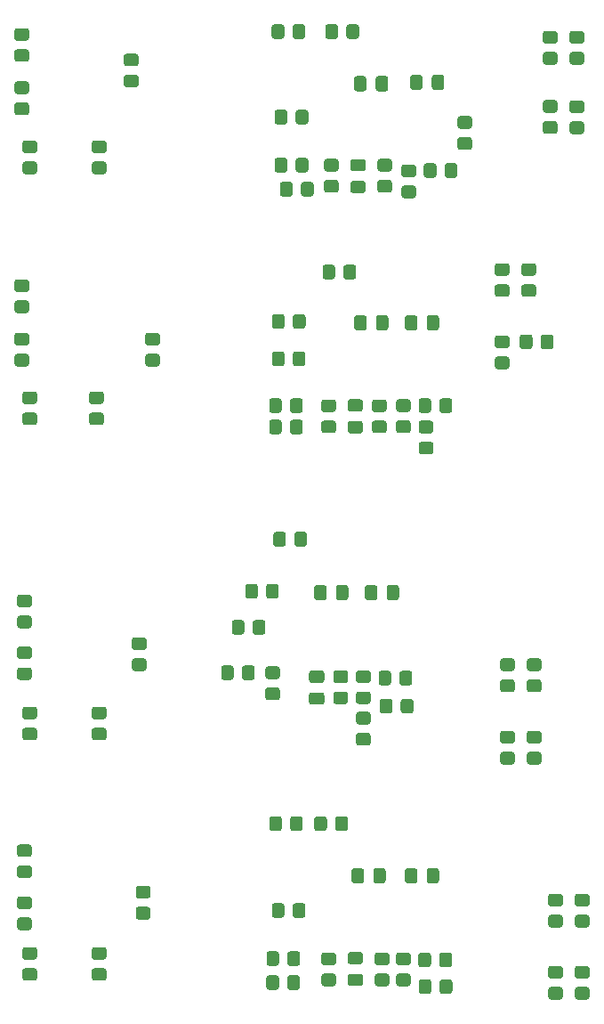
<source format=gbr>
%TF.GenerationSoftware,KiCad,Pcbnew,5.99.0+really5.1.10+dfsg1-1*%
%TF.CreationDate,2022-02-11T21:54:35+01:00*%
%TF.ProjectId,vierfach_LFO,76696572-6661-4636-985f-4c464f2e6b69,rev?*%
%TF.SameCoordinates,Original*%
%TF.FileFunction,Paste,Bot*%
%TF.FilePolarity,Positive*%
%FSLAX46Y46*%
G04 Gerber Fmt 4.6, Leading zero omitted, Abs format (unit mm)*
G04 Created by KiCad (PCBNEW 5.99.0+really5.1.10+dfsg1-1) date 2022-02-11 21:54:35*
%MOMM*%
%LPD*%
G01*
G04 APERTURE LIST*
G04 APERTURE END LIST*
%TO.C,R216*%
G36*
G01*
X115119999Y-50962000D02*
X116020001Y-50962000D01*
G75*
G02*
X116270000Y-51211999I0J-249999D01*
G01*
X116270000Y-51912001D01*
G75*
G02*
X116020001Y-52162000I-249999J0D01*
G01*
X115119999Y-52162000D01*
G75*
G02*
X114870000Y-51912001I0J249999D01*
G01*
X114870000Y-51211999D01*
G75*
G02*
X115119999Y-50962000I249999J0D01*
G01*
G37*
G36*
G01*
X115119999Y-52962000D02*
X116020001Y-52962000D01*
G75*
G02*
X116270000Y-53211999I0J-249999D01*
G01*
X116270000Y-53912001D01*
G75*
G02*
X116020001Y-54162000I-249999J0D01*
G01*
X115119999Y-54162000D01*
G75*
G02*
X114870000Y-53912001I0J249999D01*
G01*
X114870000Y-53211999D01*
G75*
G02*
X115119999Y-52962000I249999J0D01*
G01*
G37*
%TD*%
%TO.C,C201*%
G36*
G01*
X96905500Y-49878000D02*
X96905500Y-48928000D01*
G75*
G02*
X97155500Y-48678000I250000J0D01*
G01*
X97830500Y-48678000D01*
G75*
G02*
X98080500Y-48928000I0J-250000D01*
G01*
X98080500Y-49878000D01*
G75*
G02*
X97830500Y-50128000I-250000J0D01*
G01*
X97155500Y-50128000D01*
G75*
G02*
X96905500Y-49878000I0J250000D01*
G01*
G37*
G36*
G01*
X98980500Y-49878000D02*
X98980500Y-48928000D01*
G75*
G02*
X99230500Y-48678000I250000J0D01*
G01*
X99905500Y-48678000D01*
G75*
G02*
X100155500Y-48928000I0J-250000D01*
G01*
X100155500Y-49878000D01*
G75*
G02*
X99905500Y-50128000I-250000J0D01*
G01*
X99230500Y-50128000D01*
G75*
G02*
X98980500Y-49878000I0J250000D01*
G01*
G37*
%TD*%
%TO.C,C202*%
G36*
G01*
X97757000Y-57737500D02*
X96807000Y-57737500D01*
G75*
G02*
X96557000Y-57487500I0J250000D01*
G01*
X96557000Y-56812500D01*
G75*
G02*
X96807000Y-56562500I250000J0D01*
G01*
X97757000Y-56562500D01*
G75*
G02*
X98007000Y-56812500I0J-250000D01*
G01*
X98007000Y-57487500D01*
G75*
G02*
X97757000Y-57737500I-250000J0D01*
G01*
G37*
G36*
G01*
X97757000Y-59812500D02*
X96807000Y-59812500D01*
G75*
G02*
X96557000Y-59562500I0J250000D01*
G01*
X96557000Y-58887500D01*
G75*
G02*
X96807000Y-58637500I250000J0D01*
G01*
X97757000Y-58637500D01*
G75*
G02*
X98007000Y-58887500I0J-250000D01*
G01*
X98007000Y-59562500D01*
G75*
G02*
X97757000Y-59812500I-250000J0D01*
G01*
G37*
%TD*%
%TO.C,C203*%
G36*
G01*
X105489500Y-48801000D02*
X105489500Y-49751000D01*
G75*
G02*
X105239500Y-50001000I-250000J0D01*
G01*
X104564500Y-50001000D01*
G75*
G02*
X104314500Y-49751000I0J250000D01*
G01*
X104314500Y-48801000D01*
G75*
G02*
X104564500Y-48551000I250000J0D01*
G01*
X105239500Y-48551000D01*
G75*
G02*
X105489500Y-48801000I0J-250000D01*
G01*
G37*
G36*
G01*
X103414500Y-48801000D02*
X103414500Y-49751000D01*
G75*
G02*
X103164500Y-50001000I-250000J0D01*
G01*
X102489500Y-50001000D01*
G75*
G02*
X102239500Y-49751000I0J250000D01*
G01*
X102239500Y-48801000D01*
G75*
G02*
X102489500Y-48551000I250000J0D01*
G01*
X103164500Y-48551000D01*
G75*
G02*
X103414500Y-48801000I0J-250000D01*
G01*
G37*
%TD*%
%TO.C,C301*%
G36*
G01*
X96927000Y-72611000D02*
X96927000Y-71661000D01*
G75*
G02*
X97177000Y-71411000I250000J0D01*
G01*
X97852000Y-71411000D01*
G75*
G02*
X98102000Y-71661000I0J-250000D01*
G01*
X98102000Y-72611000D01*
G75*
G02*
X97852000Y-72861000I-250000J0D01*
G01*
X97177000Y-72861000D01*
G75*
G02*
X96927000Y-72611000I0J250000D01*
G01*
G37*
G36*
G01*
X99002000Y-72611000D02*
X99002000Y-71661000D01*
G75*
G02*
X99252000Y-71411000I250000J0D01*
G01*
X99927000Y-71411000D01*
G75*
G02*
X100177000Y-71661000I0J-250000D01*
G01*
X100177000Y-72611000D01*
G75*
G02*
X99927000Y-72861000I-250000J0D01*
G01*
X99252000Y-72861000D01*
G75*
G02*
X99002000Y-72611000I0J250000D01*
G01*
G37*
%TD*%
%TO.C,C302*%
G36*
G01*
X97503000Y-80576000D02*
X96553000Y-80576000D01*
G75*
G02*
X96303000Y-80326000I0J250000D01*
G01*
X96303000Y-79651000D01*
G75*
G02*
X96553000Y-79401000I250000J0D01*
G01*
X97503000Y-79401000D01*
G75*
G02*
X97753000Y-79651000I0J-250000D01*
G01*
X97753000Y-80326000D01*
G75*
G02*
X97503000Y-80576000I-250000J0D01*
G01*
G37*
G36*
G01*
X97503000Y-82651000D02*
X96553000Y-82651000D01*
G75*
G02*
X96303000Y-82401000I0J250000D01*
G01*
X96303000Y-81726000D01*
G75*
G02*
X96553000Y-81476000I250000J0D01*
G01*
X97503000Y-81476000D01*
G75*
G02*
X97753000Y-81726000I0J-250000D01*
G01*
X97753000Y-82401000D01*
G75*
G02*
X97503000Y-82651000I-250000J0D01*
G01*
G37*
%TD*%
%TO.C,C303*%
G36*
G01*
X105003000Y-71661000D02*
X105003000Y-72611000D01*
G75*
G02*
X104753000Y-72861000I-250000J0D01*
G01*
X104078000Y-72861000D01*
G75*
G02*
X103828000Y-72611000I0J250000D01*
G01*
X103828000Y-71661000D01*
G75*
G02*
X104078000Y-71411000I250000J0D01*
G01*
X104753000Y-71411000D01*
G75*
G02*
X105003000Y-71661000I0J-250000D01*
G01*
G37*
G36*
G01*
X102928000Y-71661000D02*
X102928000Y-72611000D01*
G75*
G02*
X102678000Y-72861000I-250000J0D01*
G01*
X102003000Y-72861000D01*
G75*
G02*
X101753000Y-72611000I0J250000D01*
G01*
X101753000Y-71661000D01*
G75*
G02*
X102003000Y-71411000I250000J0D01*
G01*
X102678000Y-71411000D01*
G75*
G02*
X102928000Y-71661000I0J-250000D01*
G01*
G37*
%TD*%
%TO.C,C401*%
G36*
G01*
X95192000Y-98265000D02*
X95192000Y-97315000D01*
G75*
G02*
X95442000Y-97065000I250000J0D01*
G01*
X96117000Y-97065000D01*
G75*
G02*
X96367000Y-97315000I0J-250000D01*
G01*
X96367000Y-98265000D01*
G75*
G02*
X96117000Y-98515000I-250000J0D01*
G01*
X95442000Y-98515000D01*
G75*
G02*
X95192000Y-98265000I0J250000D01*
G01*
G37*
G36*
G01*
X93117000Y-98265000D02*
X93117000Y-97315000D01*
G75*
G02*
X93367000Y-97065000I250000J0D01*
G01*
X94042000Y-97065000D01*
G75*
G02*
X94292000Y-97315000I0J-250000D01*
G01*
X94292000Y-98265000D01*
G75*
G02*
X94042000Y-98515000I-250000J0D01*
G01*
X93367000Y-98515000D01*
G75*
G02*
X93117000Y-98265000I0J250000D01*
G01*
G37*
%TD*%
%TO.C,C402*%
G36*
G01*
X93820000Y-106378500D02*
X92870000Y-106378500D01*
G75*
G02*
X92620000Y-106128500I0J250000D01*
G01*
X92620000Y-105453500D01*
G75*
G02*
X92870000Y-105203500I250000J0D01*
G01*
X93820000Y-105203500D01*
G75*
G02*
X94070000Y-105453500I0J-250000D01*
G01*
X94070000Y-106128500D01*
G75*
G02*
X93820000Y-106378500I-250000J0D01*
G01*
G37*
G36*
G01*
X93820000Y-108453500D02*
X92870000Y-108453500D01*
G75*
G02*
X92620000Y-108203500I0J250000D01*
G01*
X92620000Y-107528500D01*
G75*
G02*
X92870000Y-107278500I250000J0D01*
G01*
X93820000Y-107278500D01*
G75*
G02*
X94070000Y-107528500I0J-250000D01*
G01*
X94070000Y-108203500D01*
G75*
G02*
X93820000Y-108453500I-250000J0D01*
G01*
G37*
%TD*%
%TO.C,C403*%
G36*
G01*
X101193000Y-97315000D02*
X101193000Y-98265000D01*
G75*
G02*
X100943000Y-98515000I-250000J0D01*
G01*
X100268000Y-98515000D01*
G75*
G02*
X100018000Y-98265000I0J250000D01*
G01*
X100018000Y-97315000D01*
G75*
G02*
X100268000Y-97065000I250000J0D01*
G01*
X100943000Y-97065000D01*
G75*
G02*
X101193000Y-97315000I0J-250000D01*
G01*
G37*
G36*
G01*
X99118000Y-97315000D02*
X99118000Y-98265000D01*
G75*
G02*
X98868000Y-98515000I-250000J0D01*
G01*
X98193000Y-98515000D01*
G75*
G02*
X97943000Y-98265000I0J250000D01*
G01*
X97943000Y-97315000D01*
G75*
G02*
X98193000Y-97065000I250000J0D01*
G01*
X98868000Y-97065000D01*
G75*
G02*
X99118000Y-97315000I0J-250000D01*
G01*
G37*
%TD*%
%TO.C,C501*%
G36*
G01*
X98748000Y-125189000D02*
X98748000Y-124239000D01*
G75*
G02*
X98998000Y-123989000I250000J0D01*
G01*
X99673000Y-123989000D01*
G75*
G02*
X99923000Y-124239000I0J-250000D01*
G01*
X99923000Y-125189000D01*
G75*
G02*
X99673000Y-125439000I-250000J0D01*
G01*
X98998000Y-125439000D01*
G75*
G02*
X98748000Y-125189000I0J250000D01*
G01*
G37*
G36*
G01*
X96673000Y-125189000D02*
X96673000Y-124239000D01*
G75*
G02*
X96923000Y-123989000I250000J0D01*
G01*
X97598000Y-123989000D01*
G75*
G02*
X97848000Y-124239000I0J-250000D01*
G01*
X97848000Y-125189000D01*
G75*
G02*
X97598000Y-125439000I-250000J0D01*
G01*
X96923000Y-125439000D01*
G75*
G02*
X96673000Y-125189000I0J250000D01*
G01*
G37*
%TD*%
%TO.C,C502*%
G36*
G01*
X97503000Y-133132500D02*
X96553000Y-133132500D01*
G75*
G02*
X96303000Y-132882500I0J250000D01*
G01*
X96303000Y-132207500D01*
G75*
G02*
X96553000Y-131957500I250000J0D01*
G01*
X97503000Y-131957500D01*
G75*
G02*
X97753000Y-132207500I0J-250000D01*
G01*
X97753000Y-132882500D01*
G75*
G02*
X97503000Y-133132500I-250000J0D01*
G01*
G37*
G36*
G01*
X97503000Y-135207500D02*
X96553000Y-135207500D01*
G75*
G02*
X96303000Y-134957500I0J250000D01*
G01*
X96303000Y-134282500D01*
G75*
G02*
X96553000Y-134032500I250000J0D01*
G01*
X97503000Y-134032500D01*
G75*
G02*
X97753000Y-134282500I0J-250000D01*
G01*
X97753000Y-134957500D01*
G75*
G02*
X97503000Y-135207500I-250000J0D01*
G01*
G37*
%TD*%
%TO.C,C503*%
G36*
G01*
X105003000Y-124239000D02*
X105003000Y-125189000D01*
G75*
G02*
X104753000Y-125439000I-250000J0D01*
G01*
X104078000Y-125439000D01*
G75*
G02*
X103828000Y-125189000I0J250000D01*
G01*
X103828000Y-124239000D01*
G75*
G02*
X104078000Y-123989000I250000J0D01*
G01*
X104753000Y-123989000D01*
G75*
G02*
X105003000Y-124239000I0J-250000D01*
G01*
G37*
G36*
G01*
X102928000Y-124239000D02*
X102928000Y-125189000D01*
G75*
G02*
X102678000Y-125439000I-250000J0D01*
G01*
X102003000Y-125439000D01*
G75*
G02*
X101753000Y-125189000I0J250000D01*
G01*
X101753000Y-124239000D01*
G75*
G02*
X102003000Y-123989000I250000J0D01*
G01*
X102678000Y-123989000D01*
G75*
G02*
X102928000Y-124239000I0J-250000D01*
G01*
G37*
%TD*%
%TO.C,R201*%
G36*
G01*
X103540000Y-58108001D02*
X103540000Y-57207999D01*
G75*
G02*
X103789999Y-56958000I249999J0D01*
G01*
X104490001Y-56958000D01*
G75*
G02*
X104740000Y-57207999I0J-249999D01*
G01*
X104740000Y-58108001D01*
G75*
G02*
X104490001Y-58358000I-249999J0D01*
G01*
X103789999Y-58358000D01*
G75*
G02*
X103540000Y-58108001I0J249999D01*
G01*
G37*
G36*
G01*
X105540000Y-58108001D02*
X105540000Y-57207999D01*
G75*
G02*
X105789999Y-56958000I249999J0D01*
G01*
X106490001Y-56958000D01*
G75*
G02*
X106740000Y-57207999I0J-249999D01*
G01*
X106740000Y-58108001D01*
G75*
G02*
X106490001Y-58358000I-249999J0D01*
G01*
X105789999Y-58358000D01*
G75*
G02*
X105540000Y-58108001I0J249999D01*
G01*
G37*
%TD*%
%TO.C,R202*%
G36*
G01*
X107892001Y-53686000D02*
X106991999Y-53686000D01*
G75*
G02*
X106742000Y-53436001I0J249999D01*
G01*
X106742000Y-52735999D01*
G75*
G02*
X106991999Y-52486000I249999J0D01*
G01*
X107892001Y-52486000D01*
G75*
G02*
X108142000Y-52735999I0J-249999D01*
G01*
X108142000Y-53436001D01*
G75*
G02*
X107892001Y-53686000I-249999J0D01*
G01*
G37*
G36*
G01*
X107892001Y-55686000D02*
X106991999Y-55686000D01*
G75*
G02*
X106742000Y-55436001I0J249999D01*
G01*
X106742000Y-54735999D01*
G75*
G02*
X106991999Y-54486000I249999J0D01*
G01*
X107892001Y-54486000D01*
G75*
G02*
X108142000Y-54735999I0J-249999D01*
G01*
X108142000Y-55436001D01*
G75*
G02*
X107892001Y-55686000I-249999J0D01*
G01*
G37*
%TD*%
%TO.C,R203*%
G36*
G01*
X72193999Y-54804000D02*
X73094001Y-54804000D01*
G75*
G02*
X73344000Y-55053999I0J-249999D01*
G01*
X73344000Y-55754001D01*
G75*
G02*
X73094001Y-56004000I-249999J0D01*
G01*
X72193999Y-56004000D01*
G75*
G02*
X71944000Y-55754001I0J249999D01*
G01*
X71944000Y-55053999D01*
G75*
G02*
X72193999Y-54804000I249999J0D01*
G01*
G37*
G36*
G01*
X72193999Y-56804000D02*
X73094001Y-56804000D01*
G75*
G02*
X73344000Y-57053999I0J-249999D01*
G01*
X73344000Y-57754001D01*
G75*
G02*
X73094001Y-58004000I-249999J0D01*
G01*
X72193999Y-58004000D01*
G75*
G02*
X71944000Y-57754001I0J249999D01*
G01*
X71944000Y-57053999D01*
G75*
G02*
X72193999Y-56804000I249999J0D01*
G01*
G37*
%TD*%
%TO.C,R205*%
G36*
G01*
X101657999Y-57090000D02*
X102558001Y-57090000D01*
G75*
G02*
X102808000Y-57339999I0J-249999D01*
G01*
X102808000Y-58040001D01*
G75*
G02*
X102558001Y-58290000I-249999J0D01*
G01*
X101657999Y-58290000D01*
G75*
G02*
X101408000Y-58040001I0J249999D01*
G01*
X101408000Y-57339999D01*
G75*
G02*
X101657999Y-57090000I249999J0D01*
G01*
G37*
G36*
G01*
X101657999Y-59090000D02*
X102558001Y-59090000D01*
G75*
G02*
X102808000Y-59339999I0J-249999D01*
G01*
X102808000Y-60040001D01*
G75*
G02*
X102558001Y-60290000I-249999J0D01*
G01*
X101657999Y-60290000D01*
G75*
G02*
X101408000Y-60040001I0J249999D01*
G01*
X101408000Y-59339999D01*
G75*
G02*
X101657999Y-59090000I249999J0D01*
G01*
G37*
%TD*%
%TO.C,R206*%
G36*
G01*
X76142001Y-49749000D02*
X75241999Y-49749000D01*
G75*
G02*
X74992000Y-49499001I0J249999D01*
G01*
X74992000Y-48798999D01*
G75*
G02*
X75241999Y-48549000I249999J0D01*
G01*
X76142001Y-48549000D01*
G75*
G02*
X76392000Y-48798999I0J-249999D01*
G01*
X76392000Y-49499001D01*
G75*
G02*
X76142001Y-49749000I-249999J0D01*
G01*
G37*
G36*
G01*
X76142001Y-47749000D02*
X75241999Y-47749000D01*
G75*
G02*
X74992000Y-47499001I0J249999D01*
G01*
X74992000Y-46798999D01*
G75*
G02*
X75241999Y-46549000I249999J0D01*
G01*
X76142001Y-46549000D01*
G75*
G02*
X76392000Y-46798999I0J-249999D01*
G01*
X76392000Y-47499001D01*
G75*
G02*
X76142001Y-47749000I-249999J0D01*
G01*
G37*
%TD*%
%TO.C,R207*%
G36*
G01*
X100272001Y-57750000D02*
X99371999Y-57750000D01*
G75*
G02*
X99122000Y-57500001I0J249999D01*
G01*
X99122000Y-56799999D01*
G75*
G02*
X99371999Y-56550000I249999J0D01*
G01*
X100272001Y-56550000D01*
G75*
G02*
X100522000Y-56799999I0J-249999D01*
G01*
X100522000Y-57500001D01*
G75*
G02*
X100272001Y-57750000I-249999J0D01*
G01*
G37*
G36*
G01*
X100272001Y-59750000D02*
X99371999Y-59750000D01*
G75*
G02*
X99122000Y-59500001I0J249999D01*
G01*
X99122000Y-58799999D01*
G75*
G02*
X99371999Y-58550000I249999J0D01*
G01*
X100272001Y-58550000D01*
G75*
G02*
X100522000Y-58799999I0J-249999D01*
G01*
X100522000Y-59500001D01*
G75*
G02*
X100272001Y-59750000I-249999J0D01*
G01*
G37*
%TD*%
%TO.C,R208*%
G36*
G01*
X89856000Y-59886001D02*
X89856000Y-58985999D01*
G75*
G02*
X90105999Y-58736000I249999J0D01*
G01*
X90806001Y-58736000D01*
G75*
G02*
X91056000Y-58985999I0J-249999D01*
G01*
X91056000Y-59886001D01*
G75*
G02*
X90806001Y-60136000I-249999J0D01*
G01*
X90105999Y-60136000D01*
G75*
G02*
X89856000Y-59886001I0J249999D01*
G01*
G37*
G36*
G01*
X91856000Y-59886001D02*
X91856000Y-58985999D01*
G75*
G02*
X92105999Y-58736000I249999J0D01*
G01*
X92806001Y-58736000D01*
G75*
G02*
X93056000Y-58985999I0J-249999D01*
G01*
X93056000Y-59886001D01*
G75*
G02*
X92806001Y-60136000I-249999J0D01*
G01*
X92105999Y-60136000D01*
G75*
G02*
X91856000Y-59886001I0J249999D01*
G01*
G37*
%TD*%
%TO.C,R209*%
G36*
G01*
X94291999Y-58550000D02*
X95192001Y-58550000D01*
G75*
G02*
X95442000Y-58799999I0J-249999D01*
G01*
X95442000Y-59500001D01*
G75*
G02*
X95192001Y-59750000I-249999J0D01*
G01*
X94291999Y-59750000D01*
G75*
G02*
X94042000Y-59500001I0J249999D01*
G01*
X94042000Y-58799999D01*
G75*
G02*
X94291999Y-58550000I249999J0D01*
G01*
G37*
G36*
G01*
X94291999Y-56550000D02*
X95192001Y-56550000D01*
G75*
G02*
X95442000Y-56799999I0J-249999D01*
G01*
X95442000Y-57500001D01*
G75*
G02*
X95192001Y-57750000I-249999J0D01*
G01*
X94291999Y-57750000D01*
G75*
G02*
X94042000Y-57500001I0J249999D01*
G01*
X94042000Y-56799999D01*
G75*
G02*
X94291999Y-56550000I249999J0D01*
G01*
G37*
%TD*%
%TO.C,R210*%
G36*
G01*
X66490001Y-58004000D02*
X65589999Y-58004000D01*
G75*
G02*
X65340000Y-57754001I0J249999D01*
G01*
X65340000Y-57053999D01*
G75*
G02*
X65589999Y-56804000I249999J0D01*
G01*
X66490001Y-56804000D01*
G75*
G02*
X66740000Y-57053999I0J-249999D01*
G01*
X66740000Y-57754001D01*
G75*
G02*
X66490001Y-58004000I-249999J0D01*
G01*
G37*
G36*
G01*
X66490001Y-56004000D02*
X65589999Y-56004000D01*
G75*
G02*
X65340000Y-55754001I0J249999D01*
G01*
X65340000Y-55053999D01*
G75*
G02*
X65589999Y-54804000I249999J0D01*
G01*
X66490001Y-54804000D01*
G75*
G02*
X66740000Y-55053999I0J-249999D01*
G01*
X66740000Y-55754001D01*
G75*
G02*
X66490001Y-56004000I-249999J0D01*
G01*
G37*
%TD*%
%TO.C,R212*%
G36*
G01*
X90548000Y-52127999D02*
X90548000Y-53028001D01*
G75*
G02*
X90298001Y-53278000I-249999J0D01*
G01*
X89597999Y-53278000D01*
G75*
G02*
X89348000Y-53028001I0J249999D01*
G01*
X89348000Y-52127999D01*
G75*
G02*
X89597999Y-51878000I249999J0D01*
G01*
X90298001Y-51878000D01*
G75*
G02*
X90548000Y-52127999I0J-249999D01*
G01*
G37*
G36*
G01*
X92548000Y-52127999D02*
X92548000Y-53028001D01*
G75*
G02*
X92298001Y-53278000I-249999J0D01*
G01*
X91597999Y-53278000D01*
G75*
G02*
X91348000Y-53028001I0J249999D01*
G01*
X91348000Y-52127999D01*
G75*
G02*
X91597999Y-51878000I249999J0D01*
G01*
X92298001Y-51878000D01*
G75*
G02*
X92548000Y-52127999I0J-249999D01*
G01*
G37*
%TD*%
%TO.C,R213*%
G36*
G01*
X89348000Y-57600001D02*
X89348000Y-56699999D01*
G75*
G02*
X89597999Y-56450000I249999J0D01*
G01*
X90298001Y-56450000D01*
G75*
G02*
X90548000Y-56699999I0J-249999D01*
G01*
X90548000Y-57600001D01*
G75*
G02*
X90298001Y-57850000I-249999J0D01*
G01*
X89597999Y-57850000D01*
G75*
G02*
X89348000Y-57600001I0J249999D01*
G01*
G37*
G36*
G01*
X91348000Y-57600001D02*
X91348000Y-56699999D01*
G75*
G02*
X91597999Y-56450000I249999J0D01*
G01*
X92298001Y-56450000D01*
G75*
G02*
X92548000Y-56699999I0J-249999D01*
G01*
X92548000Y-57600001D01*
G75*
G02*
X92298001Y-57850000I-249999J0D01*
G01*
X91597999Y-57850000D01*
G75*
G02*
X91348000Y-57600001I0J249999D01*
G01*
G37*
%TD*%
%TO.C,R215*%
G36*
G01*
X96174000Y-44900001D02*
X96174000Y-43999999D01*
G75*
G02*
X96423999Y-43750000I249999J0D01*
G01*
X97124001Y-43750000D01*
G75*
G02*
X97374000Y-43999999I0J-249999D01*
G01*
X97374000Y-44900001D01*
G75*
G02*
X97124001Y-45150000I-249999J0D01*
G01*
X96423999Y-45150000D01*
G75*
G02*
X96174000Y-44900001I0J249999D01*
G01*
G37*
G36*
G01*
X94174000Y-44900001D02*
X94174000Y-43999999D01*
G75*
G02*
X94423999Y-43750000I249999J0D01*
G01*
X95124001Y-43750000D01*
G75*
G02*
X95374000Y-43999999I0J-249999D01*
G01*
X95374000Y-44900001D01*
G75*
G02*
X95124001Y-45150000I-249999J0D01*
G01*
X94423999Y-45150000D01*
G75*
G02*
X94174000Y-44900001I0J249999D01*
G01*
G37*
%TD*%
%TO.C,R217*%
G36*
G01*
X118560001Y-47590000D02*
X117659999Y-47590000D01*
G75*
G02*
X117410000Y-47340001I0J249999D01*
G01*
X117410000Y-46639999D01*
G75*
G02*
X117659999Y-46390000I249999J0D01*
G01*
X118560001Y-46390000D01*
G75*
G02*
X118810000Y-46639999I0J-249999D01*
G01*
X118810000Y-47340001D01*
G75*
G02*
X118560001Y-47590000I-249999J0D01*
G01*
G37*
G36*
G01*
X118560001Y-45590000D02*
X117659999Y-45590000D01*
G75*
G02*
X117410000Y-45340001I0J249999D01*
G01*
X117410000Y-44639999D01*
G75*
G02*
X117659999Y-44390000I249999J0D01*
G01*
X118560001Y-44390000D01*
G75*
G02*
X118810000Y-44639999I0J-249999D01*
G01*
X118810000Y-45340001D01*
G75*
G02*
X118560001Y-45590000I-249999J0D01*
G01*
G37*
%TD*%
%TO.C,R218*%
G36*
G01*
X91062000Y-44900001D02*
X91062000Y-43999999D01*
G75*
G02*
X91311999Y-43750000I249999J0D01*
G01*
X92012001Y-43750000D01*
G75*
G02*
X92262000Y-43999999I0J-249999D01*
G01*
X92262000Y-44900001D01*
G75*
G02*
X92012001Y-45150000I-249999J0D01*
G01*
X91311999Y-45150000D01*
G75*
G02*
X91062000Y-44900001I0J249999D01*
G01*
G37*
G36*
G01*
X89062000Y-44900001D02*
X89062000Y-43999999D01*
G75*
G02*
X89311999Y-43750000I249999J0D01*
G01*
X90012001Y-43750000D01*
G75*
G02*
X90262000Y-43999999I0J-249999D01*
G01*
X90262000Y-44900001D01*
G75*
G02*
X90012001Y-45150000I-249999J0D01*
G01*
X89311999Y-45150000D01*
G75*
G02*
X89062000Y-44900001I0J249999D01*
G01*
G37*
%TD*%
%TO.C,R219*%
G36*
G01*
X115119999Y-46390000D02*
X116020001Y-46390000D01*
G75*
G02*
X116270000Y-46639999I0J-249999D01*
G01*
X116270000Y-47340001D01*
G75*
G02*
X116020001Y-47590000I-249999J0D01*
G01*
X115119999Y-47590000D01*
G75*
G02*
X114870000Y-47340001I0J249999D01*
G01*
X114870000Y-46639999D01*
G75*
G02*
X115119999Y-46390000I249999J0D01*
G01*
G37*
G36*
G01*
X115119999Y-44390000D02*
X116020001Y-44390000D01*
G75*
G02*
X116270000Y-44639999I0J-249999D01*
G01*
X116270000Y-45340001D01*
G75*
G02*
X116020001Y-45590000I-249999J0D01*
G01*
X115119999Y-45590000D01*
G75*
G02*
X114870000Y-45340001I0J249999D01*
G01*
X114870000Y-44639999D01*
G75*
G02*
X115119999Y-44390000I249999J0D01*
G01*
G37*
%TD*%
%TO.C,R220*%
G36*
G01*
X118560001Y-52194000D02*
X117659999Y-52194000D01*
G75*
G02*
X117410000Y-51944001I0J249999D01*
G01*
X117410000Y-51243999D01*
G75*
G02*
X117659999Y-50994000I249999J0D01*
G01*
X118560001Y-50994000D01*
G75*
G02*
X118810000Y-51243999I0J-249999D01*
G01*
X118810000Y-51944001D01*
G75*
G02*
X118560001Y-52194000I-249999J0D01*
G01*
G37*
G36*
G01*
X118560001Y-54194000D02*
X117659999Y-54194000D01*
G75*
G02*
X117410000Y-53944001I0J249999D01*
G01*
X117410000Y-53243999D01*
G75*
G02*
X117659999Y-52994000I249999J0D01*
G01*
X118560001Y-52994000D01*
G75*
G02*
X118810000Y-53243999I0J-249999D01*
G01*
X118810000Y-53944001D01*
G75*
G02*
X118560001Y-54194000I-249999J0D01*
G01*
G37*
%TD*%
%TO.C,R221*%
G36*
G01*
X65728001Y-45320000D02*
X64827999Y-45320000D01*
G75*
G02*
X64578000Y-45070001I0J249999D01*
G01*
X64578000Y-44369999D01*
G75*
G02*
X64827999Y-44120000I249999J0D01*
G01*
X65728001Y-44120000D01*
G75*
G02*
X65978000Y-44369999I0J-249999D01*
G01*
X65978000Y-45070001D01*
G75*
G02*
X65728001Y-45320000I-249999J0D01*
G01*
G37*
G36*
G01*
X65728001Y-47320000D02*
X64827999Y-47320000D01*
G75*
G02*
X64578000Y-47070001I0J249999D01*
G01*
X64578000Y-46369999D01*
G75*
G02*
X64827999Y-46120000I249999J0D01*
G01*
X65728001Y-46120000D01*
G75*
G02*
X65978000Y-46369999I0J-249999D01*
G01*
X65978000Y-47070001D01*
G75*
G02*
X65728001Y-47320000I-249999J0D01*
G01*
G37*
%TD*%
%TO.C,R222*%
G36*
G01*
X64827999Y-49184000D02*
X65728001Y-49184000D01*
G75*
G02*
X65978000Y-49433999I0J-249999D01*
G01*
X65978000Y-50134001D01*
G75*
G02*
X65728001Y-50384000I-249999J0D01*
G01*
X64827999Y-50384000D01*
G75*
G02*
X64578000Y-50134001I0J249999D01*
G01*
X64578000Y-49433999D01*
G75*
G02*
X64827999Y-49184000I249999J0D01*
G01*
G37*
G36*
G01*
X64827999Y-51184000D02*
X65728001Y-51184000D01*
G75*
G02*
X65978000Y-51433999I0J-249999D01*
G01*
X65978000Y-52134001D01*
G75*
G02*
X65728001Y-52384000I-249999J0D01*
G01*
X64827999Y-52384000D01*
G75*
G02*
X64578000Y-52134001I0J249999D01*
G01*
X64578000Y-51433999D01*
G75*
G02*
X64827999Y-51184000I249999J0D01*
G01*
G37*
%TD*%
%TO.C,R301*%
G36*
G01*
X103308999Y-83442000D02*
X104209001Y-83442000D01*
G75*
G02*
X104459000Y-83691999I0J-249999D01*
G01*
X104459000Y-84392001D01*
G75*
G02*
X104209001Y-84642000I-249999J0D01*
G01*
X103308999Y-84642000D01*
G75*
G02*
X103059000Y-84392001I0J249999D01*
G01*
X103059000Y-83691999D01*
G75*
G02*
X103308999Y-83442000I249999J0D01*
G01*
G37*
G36*
G01*
X103308999Y-81442000D02*
X104209001Y-81442000D01*
G75*
G02*
X104459000Y-81691999I0J-249999D01*
G01*
X104459000Y-82392001D01*
G75*
G02*
X104209001Y-82642000I-249999J0D01*
G01*
X103308999Y-82642000D01*
G75*
G02*
X103059000Y-82392001I0J249999D01*
G01*
X103059000Y-81691999D01*
G75*
G02*
X103308999Y-81442000I249999J0D01*
G01*
G37*
%TD*%
%TO.C,R302*%
G36*
G01*
X103048000Y-80460001D02*
X103048000Y-79559999D01*
G75*
G02*
X103297999Y-79310000I249999J0D01*
G01*
X103998001Y-79310000D01*
G75*
G02*
X104248000Y-79559999I0J-249999D01*
G01*
X104248000Y-80460001D01*
G75*
G02*
X103998001Y-80710000I-249999J0D01*
G01*
X103297999Y-80710000D01*
G75*
G02*
X103048000Y-80460001I0J249999D01*
G01*
G37*
G36*
G01*
X105048000Y-80460001D02*
X105048000Y-79559999D01*
G75*
G02*
X105297999Y-79310000I249999J0D01*
G01*
X105998001Y-79310000D01*
G75*
G02*
X106248000Y-79559999I0J-249999D01*
G01*
X106248000Y-80460001D01*
G75*
G02*
X105998001Y-80710000I-249999J0D01*
G01*
X105297999Y-80710000D01*
G75*
G02*
X105048000Y-80460001I0J249999D01*
G01*
G37*
%TD*%
%TO.C,R303*%
G36*
G01*
X71939999Y-78664000D02*
X72840001Y-78664000D01*
G75*
G02*
X73090000Y-78913999I0J-249999D01*
G01*
X73090000Y-79614001D01*
G75*
G02*
X72840001Y-79864000I-249999J0D01*
G01*
X71939999Y-79864000D01*
G75*
G02*
X71690000Y-79614001I0J249999D01*
G01*
X71690000Y-78913999D01*
G75*
G02*
X71939999Y-78664000I249999J0D01*
G01*
G37*
G36*
G01*
X71939999Y-80664000D02*
X72840001Y-80664000D01*
G75*
G02*
X73090000Y-80913999I0J-249999D01*
G01*
X73090000Y-81614001D01*
G75*
G02*
X72840001Y-81864000I-249999J0D01*
G01*
X71939999Y-81864000D01*
G75*
G02*
X71690000Y-81614001I0J249999D01*
G01*
X71690000Y-80913999D01*
G75*
G02*
X71939999Y-80664000I249999J0D01*
G01*
G37*
%TD*%
%TO.C,R305*%
G36*
G01*
X101149999Y-81410000D02*
X102050001Y-81410000D01*
G75*
G02*
X102300000Y-81659999I0J-249999D01*
G01*
X102300000Y-82360001D01*
G75*
G02*
X102050001Y-82610000I-249999J0D01*
G01*
X101149999Y-82610000D01*
G75*
G02*
X100900000Y-82360001I0J249999D01*
G01*
X100900000Y-81659999D01*
G75*
G02*
X101149999Y-81410000I249999J0D01*
G01*
G37*
G36*
G01*
X101149999Y-79410000D02*
X102050001Y-79410000D01*
G75*
G02*
X102300000Y-79659999I0J-249999D01*
G01*
X102300000Y-80360001D01*
G75*
G02*
X102050001Y-80610000I-249999J0D01*
G01*
X101149999Y-80610000D01*
G75*
G02*
X100900000Y-80360001I0J249999D01*
G01*
X100900000Y-79659999D01*
G75*
G02*
X101149999Y-79410000I249999J0D01*
G01*
G37*
%TD*%
%TO.C,R306*%
G36*
G01*
X77273999Y-73092000D02*
X78174001Y-73092000D01*
G75*
G02*
X78424000Y-73341999I0J-249999D01*
G01*
X78424000Y-74042001D01*
G75*
G02*
X78174001Y-74292000I-249999J0D01*
G01*
X77273999Y-74292000D01*
G75*
G02*
X77024000Y-74042001I0J249999D01*
G01*
X77024000Y-73341999D01*
G75*
G02*
X77273999Y-73092000I249999J0D01*
G01*
G37*
G36*
G01*
X77273999Y-75092000D02*
X78174001Y-75092000D01*
G75*
G02*
X78424000Y-75341999I0J-249999D01*
G01*
X78424000Y-76042001D01*
G75*
G02*
X78174001Y-76292000I-249999J0D01*
G01*
X77273999Y-76292000D01*
G75*
G02*
X77024000Y-76042001I0J249999D01*
G01*
X77024000Y-75341999D01*
G75*
G02*
X77273999Y-75092000I249999J0D01*
G01*
G37*
%TD*%
%TO.C,R307*%
G36*
G01*
X99764001Y-82626000D02*
X98863999Y-82626000D01*
G75*
G02*
X98614000Y-82376001I0J249999D01*
G01*
X98614000Y-81675999D01*
G75*
G02*
X98863999Y-81426000I249999J0D01*
G01*
X99764001Y-81426000D01*
G75*
G02*
X100014000Y-81675999I0J-249999D01*
G01*
X100014000Y-82376001D01*
G75*
G02*
X99764001Y-82626000I-249999J0D01*
G01*
G37*
G36*
G01*
X99764001Y-80626000D02*
X98863999Y-80626000D01*
G75*
G02*
X98614000Y-80376001I0J249999D01*
G01*
X98614000Y-79675999D01*
G75*
G02*
X98863999Y-79426000I249999J0D01*
G01*
X99764001Y-79426000D01*
G75*
G02*
X100014000Y-79675999I0J-249999D01*
G01*
X100014000Y-80376001D01*
G75*
G02*
X99764001Y-80626000I-249999J0D01*
G01*
G37*
%TD*%
%TO.C,R308*%
G36*
G01*
X88824000Y-82492001D02*
X88824000Y-81591999D01*
G75*
G02*
X89073999Y-81342000I249999J0D01*
G01*
X89774001Y-81342000D01*
G75*
G02*
X90024000Y-81591999I0J-249999D01*
G01*
X90024000Y-82492001D01*
G75*
G02*
X89774001Y-82742000I-249999J0D01*
G01*
X89073999Y-82742000D01*
G75*
G02*
X88824000Y-82492001I0J249999D01*
G01*
G37*
G36*
G01*
X90824000Y-82492001D02*
X90824000Y-81591999D01*
G75*
G02*
X91073999Y-81342000I249999J0D01*
G01*
X91774001Y-81342000D01*
G75*
G02*
X92024000Y-81591999I0J-249999D01*
G01*
X92024000Y-82492001D01*
G75*
G02*
X91774001Y-82742000I-249999J0D01*
G01*
X91073999Y-82742000D01*
G75*
G02*
X90824000Y-82492001I0J249999D01*
G01*
G37*
%TD*%
%TO.C,R309*%
G36*
G01*
X94037999Y-81426000D02*
X94938001Y-81426000D01*
G75*
G02*
X95188000Y-81675999I0J-249999D01*
G01*
X95188000Y-82376001D01*
G75*
G02*
X94938001Y-82626000I-249999J0D01*
G01*
X94037999Y-82626000D01*
G75*
G02*
X93788000Y-82376001I0J249999D01*
G01*
X93788000Y-81675999D01*
G75*
G02*
X94037999Y-81426000I249999J0D01*
G01*
G37*
G36*
G01*
X94037999Y-79426000D02*
X94938001Y-79426000D01*
G75*
G02*
X95188000Y-79675999I0J-249999D01*
G01*
X95188000Y-80376001D01*
G75*
G02*
X94938001Y-80626000I-249999J0D01*
G01*
X94037999Y-80626000D01*
G75*
G02*
X93788000Y-80376001I0J249999D01*
G01*
X93788000Y-79675999D01*
G75*
G02*
X94037999Y-79426000I249999J0D01*
G01*
G37*
%TD*%
%TO.C,R310*%
G36*
G01*
X66490001Y-79864000D02*
X65589999Y-79864000D01*
G75*
G02*
X65340000Y-79614001I0J249999D01*
G01*
X65340000Y-78913999D01*
G75*
G02*
X65589999Y-78664000I249999J0D01*
G01*
X66490001Y-78664000D01*
G75*
G02*
X66740000Y-78913999I0J-249999D01*
G01*
X66740000Y-79614001D01*
G75*
G02*
X66490001Y-79864000I-249999J0D01*
G01*
G37*
G36*
G01*
X66490001Y-81864000D02*
X65589999Y-81864000D01*
G75*
G02*
X65340000Y-81614001I0J249999D01*
G01*
X65340000Y-80913999D01*
G75*
G02*
X65589999Y-80664000I249999J0D01*
G01*
X66490001Y-80664000D01*
G75*
G02*
X66740000Y-80913999I0J-249999D01*
G01*
X66740000Y-81614001D01*
G75*
G02*
X66490001Y-81864000I-249999J0D01*
G01*
G37*
%TD*%
%TO.C,R312*%
G36*
G01*
X90278000Y-75114999D02*
X90278000Y-76015001D01*
G75*
G02*
X90028001Y-76265000I-249999J0D01*
G01*
X89327999Y-76265000D01*
G75*
G02*
X89078000Y-76015001I0J249999D01*
G01*
X89078000Y-75114999D01*
G75*
G02*
X89327999Y-74865000I249999J0D01*
G01*
X90028001Y-74865000D01*
G75*
G02*
X90278000Y-75114999I0J-249999D01*
G01*
G37*
G36*
G01*
X92278000Y-75114999D02*
X92278000Y-76015001D01*
G75*
G02*
X92028001Y-76265000I-249999J0D01*
G01*
X91327999Y-76265000D01*
G75*
G02*
X91078000Y-76015001I0J249999D01*
G01*
X91078000Y-75114999D01*
G75*
G02*
X91327999Y-74865000I249999J0D01*
G01*
X92028001Y-74865000D01*
G75*
G02*
X92278000Y-75114999I0J-249999D01*
G01*
G37*
%TD*%
%TO.C,R313*%
G36*
G01*
X88824000Y-80460001D02*
X88824000Y-79559999D01*
G75*
G02*
X89073999Y-79310000I249999J0D01*
G01*
X89774001Y-79310000D01*
G75*
G02*
X90024000Y-79559999I0J-249999D01*
G01*
X90024000Y-80460001D01*
G75*
G02*
X89774001Y-80710000I-249999J0D01*
G01*
X89073999Y-80710000D01*
G75*
G02*
X88824000Y-80460001I0J249999D01*
G01*
G37*
G36*
G01*
X90824000Y-80460001D02*
X90824000Y-79559999D01*
G75*
G02*
X91073999Y-79310000I249999J0D01*
G01*
X91774001Y-79310000D01*
G75*
G02*
X92024000Y-79559999I0J-249999D01*
G01*
X92024000Y-80460001D01*
G75*
G02*
X91774001Y-80710000I-249999J0D01*
G01*
X91073999Y-80710000D01*
G75*
G02*
X90824000Y-80460001I0J249999D01*
G01*
G37*
%TD*%
%TO.C,R315*%
G36*
G01*
X93904000Y-67760001D02*
X93904000Y-66859999D01*
G75*
G02*
X94153999Y-66610000I249999J0D01*
G01*
X94854001Y-66610000D01*
G75*
G02*
X95104000Y-66859999I0J-249999D01*
G01*
X95104000Y-67760001D01*
G75*
G02*
X94854001Y-68010000I-249999J0D01*
G01*
X94153999Y-68010000D01*
G75*
G02*
X93904000Y-67760001I0J249999D01*
G01*
G37*
G36*
G01*
X95904000Y-67760001D02*
X95904000Y-66859999D01*
G75*
G02*
X96153999Y-66610000I249999J0D01*
G01*
X96854001Y-66610000D01*
G75*
G02*
X97104000Y-66859999I0J-249999D01*
G01*
X97104000Y-67760001D01*
G75*
G02*
X96854001Y-68010000I-249999J0D01*
G01*
X96153999Y-68010000D01*
G75*
G02*
X95904000Y-67760001I0J249999D01*
G01*
G37*
%TD*%
%TO.C,R316*%
G36*
G01*
X112684000Y-74396001D02*
X112684000Y-73495999D01*
G75*
G02*
X112933999Y-73246000I249999J0D01*
G01*
X113634001Y-73246000D01*
G75*
G02*
X113884000Y-73495999I0J-249999D01*
G01*
X113884000Y-74396001D01*
G75*
G02*
X113634001Y-74646000I-249999J0D01*
G01*
X112933999Y-74646000D01*
G75*
G02*
X112684000Y-74396001I0J249999D01*
G01*
G37*
G36*
G01*
X114684000Y-74396001D02*
X114684000Y-73495999D01*
G75*
G02*
X114933999Y-73246000I249999J0D01*
G01*
X115634001Y-73246000D01*
G75*
G02*
X115884000Y-73495999I0J-249999D01*
G01*
X115884000Y-74396001D01*
G75*
G02*
X115634001Y-74646000I-249999J0D01*
G01*
X114933999Y-74646000D01*
G75*
G02*
X114684000Y-74396001I0J249999D01*
G01*
G37*
%TD*%
%TO.C,R317*%
G36*
G01*
X111448001Y-67672000D02*
X110547999Y-67672000D01*
G75*
G02*
X110298000Y-67422001I0J249999D01*
G01*
X110298000Y-66721999D01*
G75*
G02*
X110547999Y-66472000I249999J0D01*
G01*
X111448001Y-66472000D01*
G75*
G02*
X111698000Y-66721999I0J-249999D01*
G01*
X111698000Y-67422001D01*
G75*
G02*
X111448001Y-67672000I-249999J0D01*
G01*
G37*
G36*
G01*
X111448001Y-69672000D02*
X110547999Y-69672000D01*
G75*
G02*
X110298000Y-69422001I0J249999D01*
G01*
X110298000Y-68721999D01*
G75*
G02*
X110547999Y-68472000I249999J0D01*
G01*
X111448001Y-68472000D01*
G75*
G02*
X111698000Y-68721999I0J-249999D01*
G01*
X111698000Y-69422001D01*
G75*
G02*
X111448001Y-69672000I-249999J0D01*
G01*
G37*
%TD*%
%TO.C,R318*%
G36*
G01*
X89094000Y-72459001D02*
X89094000Y-71558999D01*
G75*
G02*
X89343999Y-71309000I249999J0D01*
G01*
X90044001Y-71309000D01*
G75*
G02*
X90294000Y-71558999I0J-249999D01*
G01*
X90294000Y-72459001D01*
G75*
G02*
X90044001Y-72709000I-249999J0D01*
G01*
X89343999Y-72709000D01*
G75*
G02*
X89094000Y-72459001I0J249999D01*
G01*
G37*
G36*
G01*
X91094000Y-72459001D02*
X91094000Y-71558999D01*
G75*
G02*
X91343999Y-71309000I249999J0D01*
G01*
X92044001Y-71309000D01*
G75*
G02*
X92294000Y-71558999I0J-249999D01*
G01*
X92294000Y-72459001D01*
G75*
G02*
X92044001Y-72709000I-249999J0D01*
G01*
X91343999Y-72709000D01*
G75*
G02*
X91094000Y-72459001I0J249999D01*
G01*
G37*
%TD*%
%TO.C,R319*%
G36*
G01*
X113087999Y-66472000D02*
X113988001Y-66472000D01*
G75*
G02*
X114238000Y-66721999I0J-249999D01*
G01*
X114238000Y-67422001D01*
G75*
G02*
X113988001Y-67672000I-249999J0D01*
G01*
X113087999Y-67672000D01*
G75*
G02*
X112838000Y-67422001I0J249999D01*
G01*
X112838000Y-66721999D01*
G75*
G02*
X113087999Y-66472000I249999J0D01*
G01*
G37*
G36*
G01*
X113087999Y-68472000D02*
X113988001Y-68472000D01*
G75*
G02*
X114238000Y-68721999I0J-249999D01*
G01*
X114238000Y-69422001D01*
G75*
G02*
X113988001Y-69672000I-249999J0D01*
G01*
X113087999Y-69672000D01*
G75*
G02*
X112838000Y-69422001I0J249999D01*
G01*
X112838000Y-68721999D01*
G75*
G02*
X113087999Y-68472000I249999J0D01*
G01*
G37*
%TD*%
%TO.C,R320*%
G36*
G01*
X111448001Y-76546000D02*
X110547999Y-76546000D01*
G75*
G02*
X110298000Y-76296001I0J249999D01*
G01*
X110298000Y-75595999D01*
G75*
G02*
X110547999Y-75346000I249999J0D01*
G01*
X111448001Y-75346000D01*
G75*
G02*
X111698000Y-75595999I0J-249999D01*
G01*
X111698000Y-76296001D01*
G75*
G02*
X111448001Y-76546000I-249999J0D01*
G01*
G37*
G36*
G01*
X111448001Y-74546000D02*
X110547999Y-74546000D01*
G75*
G02*
X110298000Y-74296001I0J249999D01*
G01*
X110298000Y-73595999D01*
G75*
G02*
X110547999Y-73346000I249999J0D01*
G01*
X111448001Y-73346000D01*
G75*
G02*
X111698000Y-73595999I0J-249999D01*
G01*
X111698000Y-74296001D01*
G75*
G02*
X111448001Y-74546000I-249999J0D01*
G01*
G37*
%TD*%
%TO.C,R321*%
G36*
G01*
X65728001Y-71212000D02*
X64827999Y-71212000D01*
G75*
G02*
X64578000Y-70962001I0J249999D01*
G01*
X64578000Y-70261999D01*
G75*
G02*
X64827999Y-70012000I249999J0D01*
G01*
X65728001Y-70012000D01*
G75*
G02*
X65978000Y-70261999I0J-249999D01*
G01*
X65978000Y-70962001D01*
G75*
G02*
X65728001Y-71212000I-249999J0D01*
G01*
G37*
G36*
G01*
X65728001Y-69212000D02*
X64827999Y-69212000D01*
G75*
G02*
X64578000Y-68962001I0J249999D01*
G01*
X64578000Y-68261999D01*
G75*
G02*
X64827999Y-68012000I249999J0D01*
G01*
X65728001Y-68012000D01*
G75*
G02*
X65978000Y-68261999I0J-249999D01*
G01*
X65978000Y-68962001D01*
G75*
G02*
X65728001Y-69212000I-249999J0D01*
G01*
G37*
%TD*%
%TO.C,R322*%
G36*
G01*
X64827999Y-75092000D02*
X65728001Y-75092000D01*
G75*
G02*
X65978000Y-75341999I0J-249999D01*
G01*
X65978000Y-76042001D01*
G75*
G02*
X65728001Y-76292000I-249999J0D01*
G01*
X64827999Y-76292000D01*
G75*
G02*
X64578000Y-76042001I0J249999D01*
G01*
X64578000Y-75341999D01*
G75*
G02*
X64827999Y-75092000I249999J0D01*
G01*
G37*
G36*
G01*
X64827999Y-73092000D02*
X65728001Y-73092000D01*
G75*
G02*
X65978000Y-73341999I0J-249999D01*
G01*
X65978000Y-74042001D01*
G75*
G02*
X65728001Y-74292000I-249999J0D01*
G01*
X64827999Y-74292000D01*
G75*
G02*
X64578000Y-74042001I0J249999D01*
G01*
X64578000Y-73341999D01*
G75*
G02*
X64827999Y-73092000I249999J0D01*
G01*
G37*
%TD*%
%TO.C,R401*%
G36*
G01*
X100549000Y-108134999D02*
X100549000Y-109035001D01*
G75*
G02*
X100299001Y-109285000I-249999J0D01*
G01*
X99598999Y-109285000D01*
G75*
G02*
X99349000Y-109035001I0J249999D01*
G01*
X99349000Y-108134999D01*
G75*
G02*
X99598999Y-107885000I249999J0D01*
G01*
X100299001Y-107885000D01*
G75*
G02*
X100549000Y-108134999I0J-249999D01*
G01*
G37*
G36*
G01*
X102549000Y-108134999D02*
X102549000Y-109035001D01*
G75*
G02*
X102299001Y-109285000I-249999J0D01*
G01*
X101598999Y-109285000D01*
G75*
G02*
X101349000Y-109035001I0J249999D01*
G01*
X101349000Y-108134999D01*
G75*
G02*
X101598999Y-107885000I249999J0D01*
G01*
X102299001Y-107885000D01*
G75*
G02*
X102549000Y-108134999I0J-249999D01*
G01*
G37*
%TD*%
%TO.C,R402*%
G36*
G01*
X99238000Y-106368001D02*
X99238000Y-105467999D01*
G75*
G02*
X99487999Y-105218000I249999J0D01*
G01*
X100188001Y-105218000D01*
G75*
G02*
X100438000Y-105467999I0J-249999D01*
G01*
X100438000Y-106368001D01*
G75*
G02*
X100188001Y-106618000I-249999J0D01*
G01*
X99487999Y-106618000D01*
G75*
G02*
X99238000Y-106368001I0J249999D01*
G01*
G37*
G36*
G01*
X101238000Y-106368001D02*
X101238000Y-105467999D01*
G75*
G02*
X101487999Y-105218000I249999J0D01*
G01*
X102188001Y-105218000D01*
G75*
G02*
X102438000Y-105467999I0J-249999D01*
G01*
X102438000Y-106368001D01*
G75*
G02*
X102188001Y-106618000I-249999J0D01*
G01*
X101487999Y-106618000D01*
G75*
G02*
X101238000Y-106368001I0J249999D01*
G01*
G37*
%TD*%
%TO.C,R403*%
G36*
G01*
X72193999Y-108636000D02*
X73094001Y-108636000D01*
G75*
G02*
X73344000Y-108885999I0J-249999D01*
G01*
X73344000Y-109586001D01*
G75*
G02*
X73094001Y-109836000I-249999J0D01*
G01*
X72193999Y-109836000D01*
G75*
G02*
X71944000Y-109586001I0J249999D01*
G01*
X71944000Y-108885999D01*
G75*
G02*
X72193999Y-108636000I249999J0D01*
G01*
G37*
G36*
G01*
X72193999Y-110636000D02*
X73094001Y-110636000D01*
G75*
G02*
X73344000Y-110885999I0J-249999D01*
G01*
X73344000Y-111586001D01*
G75*
G02*
X73094001Y-111836000I-249999J0D01*
G01*
X72193999Y-111836000D01*
G75*
G02*
X71944000Y-111586001I0J249999D01*
G01*
X71944000Y-110885999D01*
G75*
G02*
X72193999Y-110636000I249999J0D01*
G01*
G37*
%TD*%
%TO.C,R405*%
G36*
G01*
X97339999Y-107191000D02*
X98240001Y-107191000D01*
G75*
G02*
X98490000Y-107440999I0J-249999D01*
G01*
X98490000Y-108141001D01*
G75*
G02*
X98240001Y-108391000I-249999J0D01*
G01*
X97339999Y-108391000D01*
G75*
G02*
X97090000Y-108141001I0J249999D01*
G01*
X97090000Y-107440999D01*
G75*
G02*
X97339999Y-107191000I249999J0D01*
G01*
G37*
G36*
G01*
X97339999Y-105191000D02*
X98240001Y-105191000D01*
G75*
G02*
X98490000Y-105440999I0J-249999D01*
G01*
X98490000Y-106141001D01*
G75*
G02*
X98240001Y-106391000I-249999J0D01*
G01*
X97339999Y-106391000D01*
G75*
G02*
X97090000Y-106141001I0J249999D01*
G01*
X97090000Y-105440999D01*
G75*
G02*
X97339999Y-105191000I249999J0D01*
G01*
G37*
%TD*%
%TO.C,R406*%
G36*
G01*
X76003999Y-104048000D02*
X76904001Y-104048000D01*
G75*
G02*
X77154000Y-104297999I0J-249999D01*
G01*
X77154000Y-104998001D01*
G75*
G02*
X76904001Y-105248000I-249999J0D01*
G01*
X76003999Y-105248000D01*
G75*
G02*
X75754000Y-104998001I0J249999D01*
G01*
X75754000Y-104297999D01*
G75*
G02*
X76003999Y-104048000I249999J0D01*
G01*
G37*
G36*
G01*
X76003999Y-102048000D02*
X76904001Y-102048000D01*
G75*
G02*
X77154000Y-102297999I0J-249999D01*
G01*
X77154000Y-102998001D01*
G75*
G02*
X76904001Y-103248000I-249999J0D01*
G01*
X76003999Y-103248000D01*
G75*
G02*
X75754000Y-102998001I0J249999D01*
G01*
X75754000Y-102297999D01*
G75*
G02*
X76003999Y-102048000I249999J0D01*
G01*
G37*
%TD*%
%TO.C,R407*%
G36*
G01*
X96081001Y-108391000D02*
X95180999Y-108391000D01*
G75*
G02*
X94931000Y-108141001I0J249999D01*
G01*
X94931000Y-107440999D01*
G75*
G02*
X95180999Y-107191000I249999J0D01*
G01*
X96081001Y-107191000D01*
G75*
G02*
X96331000Y-107440999I0J-249999D01*
G01*
X96331000Y-108141001D01*
G75*
G02*
X96081001Y-108391000I-249999J0D01*
G01*
G37*
G36*
G01*
X96081001Y-106391000D02*
X95180999Y-106391000D01*
G75*
G02*
X94931000Y-106141001I0J249999D01*
G01*
X94931000Y-105440999D01*
G75*
G02*
X95180999Y-105191000I249999J0D01*
G01*
X96081001Y-105191000D01*
G75*
G02*
X96331000Y-105440999I0J-249999D01*
G01*
X96331000Y-106141001D01*
G75*
G02*
X96081001Y-106391000I-249999J0D01*
G01*
G37*
%TD*%
%TO.C,R408*%
G36*
G01*
X98240001Y-110328000D02*
X97339999Y-110328000D01*
G75*
G02*
X97090000Y-110078001I0J249999D01*
G01*
X97090000Y-109377999D01*
G75*
G02*
X97339999Y-109128000I249999J0D01*
G01*
X98240001Y-109128000D01*
G75*
G02*
X98490000Y-109377999I0J-249999D01*
G01*
X98490000Y-110078001D01*
G75*
G02*
X98240001Y-110328000I-249999J0D01*
G01*
G37*
G36*
G01*
X98240001Y-112328000D02*
X97339999Y-112328000D01*
G75*
G02*
X97090000Y-112078001I0J249999D01*
G01*
X97090000Y-111377999D01*
G75*
G02*
X97339999Y-111128000I249999J0D01*
G01*
X98240001Y-111128000D01*
G75*
G02*
X98490000Y-111377999I0J-249999D01*
G01*
X98490000Y-112078001D01*
G75*
G02*
X98240001Y-112328000I-249999J0D01*
G01*
G37*
%TD*%
%TO.C,R409*%
G36*
G01*
X88703999Y-104810000D02*
X89604001Y-104810000D01*
G75*
G02*
X89854000Y-105059999I0J-249999D01*
G01*
X89854000Y-105760001D01*
G75*
G02*
X89604001Y-106010000I-249999J0D01*
G01*
X88703999Y-106010000D01*
G75*
G02*
X88454000Y-105760001I0J249999D01*
G01*
X88454000Y-105059999D01*
G75*
G02*
X88703999Y-104810000I249999J0D01*
G01*
G37*
G36*
G01*
X88703999Y-106810000D02*
X89604001Y-106810000D01*
G75*
G02*
X89854000Y-107059999I0J-249999D01*
G01*
X89854000Y-107760001D01*
G75*
G02*
X89604001Y-108010000I-249999J0D01*
G01*
X88703999Y-108010000D01*
G75*
G02*
X88454000Y-107760001I0J249999D01*
G01*
X88454000Y-107059999D01*
G75*
G02*
X88703999Y-106810000I249999J0D01*
G01*
G37*
%TD*%
%TO.C,R410*%
G36*
G01*
X66490001Y-111836000D02*
X65589999Y-111836000D01*
G75*
G02*
X65340000Y-111586001I0J249999D01*
G01*
X65340000Y-110885999D01*
G75*
G02*
X65589999Y-110636000I249999J0D01*
G01*
X66490001Y-110636000D01*
G75*
G02*
X66740000Y-110885999I0J-249999D01*
G01*
X66740000Y-111586001D01*
G75*
G02*
X66490001Y-111836000I-249999J0D01*
G01*
G37*
G36*
G01*
X66490001Y-109836000D02*
X65589999Y-109836000D01*
G75*
G02*
X65340000Y-109586001I0J249999D01*
G01*
X65340000Y-108885999D01*
G75*
G02*
X65589999Y-108636000I249999J0D01*
G01*
X66490001Y-108636000D01*
G75*
G02*
X66740000Y-108885999I0J-249999D01*
G01*
X66740000Y-109586001D01*
G75*
G02*
X66490001Y-109836000I-249999J0D01*
G01*
G37*
%TD*%
%TO.C,R412*%
G36*
G01*
X86468000Y-100641999D02*
X86468000Y-101542001D01*
G75*
G02*
X86218001Y-101792000I-249999J0D01*
G01*
X85517999Y-101792000D01*
G75*
G02*
X85268000Y-101542001I0J249999D01*
G01*
X85268000Y-100641999D01*
G75*
G02*
X85517999Y-100392000I249999J0D01*
G01*
X86218001Y-100392000D01*
G75*
G02*
X86468000Y-100641999I0J-249999D01*
G01*
G37*
G36*
G01*
X88468000Y-100641999D02*
X88468000Y-101542001D01*
G75*
G02*
X88218001Y-101792000I-249999J0D01*
G01*
X87517999Y-101792000D01*
G75*
G02*
X87268000Y-101542001I0J249999D01*
G01*
X87268000Y-100641999D01*
G75*
G02*
X87517999Y-100392000I249999J0D01*
G01*
X88218001Y-100392000D01*
G75*
G02*
X88468000Y-100641999I0J-249999D01*
G01*
G37*
%TD*%
%TO.C,R413*%
G36*
G01*
X86252000Y-105860001D02*
X86252000Y-104959999D01*
G75*
G02*
X86501999Y-104710000I249999J0D01*
G01*
X87202001Y-104710000D01*
G75*
G02*
X87452000Y-104959999I0J-249999D01*
G01*
X87452000Y-105860001D01*
G75*
G02*
X87202001Y-106110000I-249999J0D01*
G01*
X86501999Y-106110000D01*
G75*
G02*
X86252000Y-105860001I0J249999D01*
G01*
G37*
G36*
G01*
X84252000Y-105860001D02*
X84252000Y-104959999D01*
G75*
G02*
X84501999Y-104710000I249999J0D01*
G01*
X85202001Y-104710000D01*
G75*
G02*
X85452000Y-104959999I0J-249999D01*
G01*
X85452000Y-105860001D01*
G75*
G02*
X85202001Y-106110000I-249999J0D01*
G01*
X84501999Y-106110000D01*
G75*
G02*
X84252000Y-105860001I0J249999D01*
G01*
G37*
%TD*%
%TO.C,R415*%
G36*
G01*
X89221000Y-93160001D02*
X89221000Y-92259999D01*
G75*
G02*
X89470999Y-92010000I249999J0D01*
G01*
X90171001Y-92010000D01*
G75*
G02*
X90421000Y-92259999I0J-249999D01*
G01*
X90421000Y-93160001D01*
G75*
G02*
X90171001Y-93410000I-249999J0D01*
G01*
X89470999Y-93410000D01*
G75*
G02*
X89221000Y-93160001I0J249999D01*
G01*
G37*
G36*
G01*
X91221000Y-93160001D02*
X91221000Y-92259999D01*
G75*
G02*
X91470999Y-92010000I249999J0D01*
G01*
X92171001Y-92010000D01*
G75*
G02*
X92421000Y-92259999I0J-249999D01*
G01*
X92421000Y-93160001D01*
G75*
G02*
X92171001Y-93410000I-249999J0D01*
G01*
X91470999Y-93410000D01*
G75*
G02*
X91221000Y-93160001I0J249999D01*
G01*
G37*
%TD*%
%TO.C,R416*%
G36*
G01*
X114496001Y-105248000D02*
X113595999Y-105248000D01*
G75*
G02*
X113346000Y-104998001I0J249999D01*
G01*
X113346000Y-104297999D01*
G75*
G02*
X113595999Y-104048000I249999J0D01*
G01*
X114496001Y-104048000D01*
G75*
G02*
X114746000Y-104297999I0J-249999D01*
G01*
X114746000Y-104998001D01*
G75*
G02*
X114496001Y-105248000I-249999J0D01*
G01*
G37*
G36*
G01*
X114496001Y-107248000D02*
X113595999Y-107248000D01*
G75*
G02*
X113346000Y-106998001I0J249999D01*
G01*
X113346000Y-106297999D01*
G75*
G02*
X113595999Y-106048000I249999J0D01*
G01*
X114496001Y-106048000D01*
G75*
G02*
X114746000Y-106297999I0J-249999D01*
G01*
X114746000Y-106998001D01*
G75*
G02*
X114496001Y-107248000I-249999J0D01*
G01*
G37*
%TD*%
%TO.C,R417*%
G36*
G01*
X111055999Y-112938000D02*
X111956001Y-112938000D01*
G75*
G02*
X112206000Y-113187999I0J-249999D01*
G01*
X112206000Y-113888001D01*
G75*
G02*
X111956001Y-114138000I-249999J0D01*
G01*
X111055999Y-114138000D01*
G75*
G02*
X110806000Y-113888001I0J249999D01*
G01*
X110806000Y-113187999D01*
G75*
G02*
X111055999Y-112938000I249999J0D01*
G01*
G37*
G36*
G01*
X111055999Y-110938000D02*
X111956001Y-110938000D01*
G75*
G02*
X112206000Y-111187999I0J-249999D01*
G01*
X112206000Y-111888001D01*
G75*
G02*
X111956001Y-112138000I-249999J0D01*
G01*
X111055999Y-112138000D01*
G75*
G02*
X110806000Y-111888001I0J249999D01*
G01*
X110806000Y-111187999D01*
G75*
G02*
X111055999Y-110938000I249999J0D01*
G01*
G37*
%TD*%
%TO.C,R418*%
G36*
G01*
X86538000Y-98113001D02*
X86538000Y-97212999D01*
G75*
G02*
X86787999Y-96963000I249999J0D01*
G01*
X87488001Y-96963000D01*
G75*
G02*
X87738000Y-97212999I0J-249999D01*
G01*
X87738000Y-98113001D01*
G75*
G02*
X87488001Y-98363000I-249999J0D01*
G01*
X86787999Y-98363000D01*
G75*
G02*
X86538000Y-98113001I0J249999D01*
G01*
G37*
G36*
G01*
X88538000Y-98113001D02*
X88538000Y-97212999D01*
G75*
G02*
X88787999Y-96963000I249999J0D01*
G01*
X89488001Y-96963000D01*
G75*
G02*
X89738000Y-97212999I0J-249999D01*
G01*
X89738000Y-98113001D01*
G75*
G02*
X89488001Y-98363000I-249999J0D01*
G01*
X88787999Y-98363000D01*
G75*
G02*
X88538000Y-98113001I0J249999D01*
G01*
G37*
%TD*%
%TO.C,R419*%
G36*
G01*
X114496001Y-114138000D02*
X113595999Y-114138000D01*
G75*
G02*
X113346000Y-113888001I0J249999D01*
G01*
X113346000Y-113187999D01*
G75*
G02*
X113595999Y-112938000I249999J0D01*
G01*
X114496001Y-112938000D01*
G75*
G02*
X114746000Y-113187999I0J-249999D01*
G01*
X114746000Y-113888001D01*
G75*
G02*
X114496001Y-114138000I-249999J0D01*
G01*
G37*
G36*
G01*
X114496001Y-112138000D02*
X113595999Y-112138000D01*
G75*
G02*
X113346000Y-111888001I0J249999D01*
G01*
X113346000Y-111187999D01*
G75*
G02*
X113595999Y-110938000I249999J0D01*
G01*
X114496001Y-110938000D01*
G75*
G02*
X114746000Y-111187999I0J-249999D01*
G01*
X114746000Y-111888001D01*
G75*
G02*
X114496001Y-112138000I-249999J0D01*
G01*
G37*
%TD*%
%TO.C,R420*%
G36*
G01*
X111055999Y-104048000D02*
X111956001Y-104048000D01*
G75*
G02*
X112206000Y-104297999I0J-249999D01*
G01*
X112206000Y-104998001D01*
G75*
G02*
X111956001Y-105248000I-249999J0D01*
G01*
X111055999Y-105248000D01*
G75*
G02*
X110806000Y-104998001I0J249999D01*
G01*
X110806000Y-104297999D01*
G75*
G02*
X111055999Y-104048000I249999J0D01*
G01*
G37*
G36*
G01*
X111055999Y-106048000D02*
X111956001Y-106048000D01*
G75*
G02*
X112206000Y-106297999I0J-249999D01*
G01*
X112206000Y-106998001D01*
G75*
G02*
X111956001Y-107248000I-249999J0D01*
G01*
X111055999Y-107248000D01*
G75*
G02*
X110806000Y-106998001I0J249999D01*
G01*
X110806000Y-106297999D01*
G75*
G02*
X111055999Y-106048000I249999J0D01*
G01*
G37*
%TD*%
%TO.C,R421*%
G36*
G01*
X65982001Y-101184000D02*
X65081999Y-101184000D01*
G75*
G02*
X64832000Y-100934001I0J249999D01*
G01*
X64832000Y-100233999D01*
G75*
G02*
X65081999Y-99984000I249999J0D01*
G01*
X65982001Y-99984000D01*
G75*
G02*
X66232000Y-100233999I0J-249999D01*
G01*
X66232000Y-100934001D01*
G75*
G02*
X65982001Y-101184000I-249999J0D01*
G01*
G37*
G36*
G01*
X65982001Y-99184000D02*
X65081999Y-99184000D01*
G75*
G02*
X64832000Y-98934001I0J249999D01*
G01*
X64832000Y-98233999D01*
G75*
G02*
X65081999Y-97984000I249999J0D01*
G01*
X65982001Y-97984000D01*
G75*
G02*
X66232000Y-98233999I0J-249999D01*
G01*
X66232000Y-98934001D01*
G75*
G02*
X65982001Y-99184000I-249999J0D01*
G01*
G37*
%TD*%
%TO.C,R422*%
G36*
G01*
X65081999Y-104905000D02*
X65982001Y-104905000D01*
G75*
G02*
X66232000Y-105154999I0J-249999D01*
G01*
X66232000Y-105855001D01*
G75*
G02*
X65982001Y-106105000I-249999J0D01*
G01*
X65081999Y-106105000D01*
G75*
G02*
X64832000Y-105855001I0J249999D01*
G01*
X64832000Y-105154999D01*
G75*
G02*
X65081999Y-104905000I249999J0D01*
G01*
G37*
G36*
G01*
X65081999Y-102905000D02*
X65982001Y-102905000D01*
G75*
G02*
X66232000Y-103154999I0J-249999D01*
G01*
X66232000Y-103855001D01*
G75*
G02*
X65982001Y-104105000I-249999J0D01*
G01*
X65081999Y-104105000D01*
G75*
G02*
X64832000Y-103855001I0J249999D01*
G01*
X64832000Y-103154999D01*
G75*
G02*
X65081999Y-102905000I249999J0D01*
G01*
G37*
%TD*%
%TO.C,R501*%
G36*
G01*
X104264000Y-134804999D02*
X104264000Y-135705001D01*
G75*
G02*
X104014001Y-135955000I-249999J0D01*
G01*
X103313999Y-135955000D01*
G75*
G02*
X103064000Y-135705001I0J249999D01*
G01*
X103064000Y-134804999D01*
G75*
G02*
X103313999Y-134555000I249999J0D01*
G01*
X104014001Y-134555000D01*
G75*
G02*
X104264000Y-134804999I0J-249999D01*
G01*
G37*
G36*
G01*
X106264000Y-134804999D02*
X106264000Y-135705001D01*
G75*
G02*
X106014001Y-135955000I-249999J0D01*
G01*
X105313999Y-135955000D01*
G75*
G02*
X105064000Y-135705001I0J249999D01*
G01*
X105064000Y-134804999D01*
G75*
G02*
X105313999Y-134555000I249999J0D01*
G01*
X106014001Y-134555000D01*
G75*
G02*
X106264000Y-134804999I0J-249999D01*
G01*
G37*
%TD*%
%TO.C,R502*%
G36*
G01*
X105032000Y-133165001D02*
X105032000Y-132264999D01*
G75*
G02*
X105281999Y-132015000I249999J0D01*
G01*
X105982001Y-132015000D01*
G75*
G02*
X106232000Y-132264999I0J-249999D01*
G01*
X106232000Y-133165001D01*
G75*
G02*
X105982001Y-133415000I-249999J0D01*
G01*
X105281999Y-133415000D01*
G75*
G02*
X105032000Y-133165001I0J249999D01*
G01*
G37*
G36*
G01*
X103032000Y-133165001D02*
X103032000Y-132264999D01*
G75*
G02*
X103281999Y-132015000I249999J0D01*
G01*
X103982001Y-132015000D01*
G75*
G02*
X104232000Y-132264999I0J-249999D01*
G01*
X104232000Y-133165001D01*
G75*
G02*
X103982001Y-133415000I-249999J0D01*
G01*
X103281999Y-133415000D01*
G75*
G02*
X103032000Y-133165001I0J249999D01*
G01*
G37*
%TD*%
%TO.C,R503*%
G36*
G01*
X72193999Y-133496000D02*
X73094001Y-133496000D01*
G75*
G02*
X73344000Y-133745999I0J-249999D01*
G01*
X73344000Y-134446001D01*
G75*
G02*
X73094001Y-134696000I-249999J0D01*
G01*
X72193999Y-134696000D01*
G75*
G02*
X71944000Y-134446001I0J249999D01*
G01*
X71944000Y-133745999D01*
G75*
G02*
X72193999Y-133496000I249999J0D01*
G01*
G37*
G36*
G01*
X72193999Y-131496000D02*
X73094001Y-131496000D01*
G75*
G02*
X73344000Y-131745999I0J-249999D01*
G01*
X73344000Y-132446001D01*
G75*
G02*
X73094001Y-132696000I-249999J0D01*
G01*
X72193999Y-132696000D01*
G75*
G02*
X71944000Y-132446001I0J249999D01*
G01*
X71944000Y-131745999D01*
G75*
G02*
X72193999Y-131496000I249999J0D01*
G01*
G37*
%TD*%
%TO.C,R505*%
G36*
G01*
X101149999Y-132020000D02*
X102050001Y-132020000D01*
G75*
G02*
X102300000Y-132269999I0J-249999D01*
G01*
X102300000Y-132970001D01*
G75*
G02*
X102050001Y-133220000I-249999J0D01*
G01*
X101149999Y-133220000D01*
G75*
G02*
X100900000Y-132970001I0J249999D01*
G01*
X100900000Y-132269999D01*
G75*
G02*
X101149999Y-132020000I249999J0D01*
G01*
G37*
G36*
G01*
X101149999Y-134020000D02*
X102050001Y-134020000D01*
G75*
G02*
X102300000Y-134269999I0J-249999D01*
G01*
X102300000Y-134970001D01*
G75*
G02*
X102050001Y-135220000I-249999J0D01*
G01*
X101149999Y-135220000D01*
G75*
G02*
X100900000Y-134970001I0J249999D01*
G01*
X100900000Y-134269999D01*
G75*
G02*
X101149999Y-134020000I249999J0D01*
G01*
G37*
%TD*%
%TO.C,R506*%
G36*
G01*
X76384999Y-127670000D02*
X77285001Y-127670000D01*
G75*
G02*
X77535000Y-127919999I0J-249999D01*
G01*
X77535000Y-128620001D01*
G75*
G02*
X77285001Y-128870000I-249999J0D01*
G01*
X76384999Y-128870000D01*
G75*
G02*
X76135000Y-128620001I0J249999D01*
G01*
X76135000Y-127919999D01*
G75*
G02*
X76384999Y-127670000I249999J0D01*
G01*
G37*
G36*
G01*
X76384999Y-125670000D02*
X77285001Y-125670000D01*
G75*
G02*
X77535000Y-125919999I0J-249999D01*
G01*
X77535000Y-126620001D01*
G75*
G02*
X77285001Y-126870000I-249999J0D01*
G01*
X76384999Y-126870000D01*
G75*
G02*
X76135000Y-126620001I0J249999D01*
G01*
X76135000Y-125919999D01*
G75*
G02*
X76384999Y-125670000I249999J0D01*
G01*
G37*
%TD*%
%TO.C,R507*%
G36*
G01*
X100018001Y-133220000D02*
X99117999Y-133220000D01*
G75*
G02*
X98868000Y-132970001I0J249999D01*
G01*
X98868000Y-132269999D01*
G75*
G02*
X99117999Y-132020000I249999J0D01*
G01*
X100018001Y-132020000D01*
G75*
G02*
X100268000Y-132269999I0J-249999D01*
G01*
X100268000Y-132970001D01*
G75*
G02*
X100018001Y-133220000I-249999J0D01*
G01*
G37*
G36*
G01*
X100018001Y-135220000D02*
X99117999Y-135220000D01*
G75*
G02*
X98868000Y-134970001I0J249999D01*
G01*
X98868000Y-134269999D01*
G75*
G02*
X99117999Y-134020000I249999J0D01*
G01*
X100018001Y-134020000D01*
G75*
G02*
X100268000Y-134269999I0J-249999D01*
G01*
X100268000Y-134970001D01*
G75*
G02*
X100018001Y-135220000I-249999J0D01*
G01*
G37*
%TD*%
%TO.C,R508*%
G36*
G01*
X90554000Y-135324001D02*
X90554000Y-134423999D01*
G75*
G02*
X90803999Y-134174000I249999J0D01*
G01*
X91504001Y-134174000D01*
G75*
G02*
X91754000Y-134423999I0J-249999D01*
G01*
X91754000Y-135324001D01*
G75*
G02*
X91504001Y-135574000I-249999J0D01*
G01*
X90803999Y-135574000D01*
G75*
G02*
X90554000Y-135324001I0J249999D01*
G01*
G37*
G36*
G01*
X88554000Y-135324001D02*
X88554000Y-134423999D01*
G75*
G02*
X88803999Y-134174000I249999J0D01*
G01*
X89504001Y-134174000D01*
G75*
G02*
X89754000Y-134423999I0J-249999D01*
G01*
X89754000Y-135324001D01*
G75*
G02*
X89504001Y-135574000I-249999J0D01*
G01*
X88803999Y-135574000D01*
G75*
G02*
X88554000Y-135324001I0J249999D01*
G01*
G37*
%TD*%
%TO.C,R509*%
G36*
G01*
X94037999Y-134020000D02*
X94938001Y-134020000D01*
G75*
G02*
X95188000Y-134269999I0J-249999D01*
G01*
X95188000Y-134970001D01*
G75*
G02*
X94938001Y-135220000I-249999J0D01*
G01*
X94037999Y-135220000D01*
G75*
G02*
X93788000Y-134970001I0J249999D01*
G01*
X93788000Y-134269999D01*
G75*
G02*
X94037999Y-134020000I249999J0D01*
G01*
G37*
G36*
G01*
X94037999Y-132020000D02*
X94938001Y-132020000D01*
G75*
G02*
X95188000Y-132269999I0J-249999D01*
G01*
X95188000Y-132970001D01*
G75*
G02*
X94938001Y-133220000I-249999J0D01*
G01*
X94037999Y-133220000D01*
G75*
G02*
X93788000Y-132970001I0J249999D01*
G01*
X93788000Y-132269999D01*
G75*
G02*
X94037999Y-132020000I249999J0D01*
G01*
G37*
%TD*%
%TO.C,R510*%
G36*
G01*
X66490001Y-134696000D02*
X65589999Y-134696000D01*
G75*
G02*
X65340000Y-134446001I0J249999D01*
G01*
X65340000Y-133745999D01*
G75*
G02*
X65589999Y-133496000I249999J0D01*
G01*
X66490001Y-133496000D01*
G75*
G02*
X66740000Y-133745999I0J-249999D01*
G01*
X66740000Y-134446001D01*
G75*
G02*
X66490001Y-134696000I-249999J0D01*
G01*
G37*
G36*
G01*
X66490001Y-132696000D02*
X65589999Y-132696000D01*
G75*
G02*
X65340000Y-132446001I0J249999D01*
G01*
X65340000Y-131745999D01*
G75*
G02*
X65589999Y-131496000I249999J0D01*
G01*
X66490001Y-131496000D01*
G75*
G02*
X66740000Y-131745999I0J-249999D01*
G01*
X66740000Y-132446001D01*
G75*
G02*
X66490001Y-132696000I-249999J0D01*
G01*
G37*
%TD*%
%TO.C,R512*%
G36*
G01*
X92278000Y-127565999D02*
X92278000Y-128466001D01*
G75*
G02*
X92028001Y-128716000I-249999J0D01*
G01*
X91327999Y-128716000D01*
G75*
G02*
X91078000Y-128466001I0J249999D01*
G01*
X91078000Y-127565999D01*
G75*
G02*
X91327999Y-127316000I249999J0D01*
G01*
X92028001Y-127316000D01*
G75*
G02*
X92278000Y-127565999I0J-249999D01*
G01*
G37*
G36*
G01*
X90278000Y-127565999D02*
X90278000Y-128466001D01*
G75*
G02*
X90028001Y-128716000I-249999J0D01*
G01*
X89327999Y-128716000D01*
G75*
G02*
X89078000Y-128466001I0J249999D01*
G01*
X89078000Y-127565999D01*
G75*
G02*
X89327999Y-127316000I249999J0D01*
G01*
X90028001Y-127316000D01*
G75*
G02*
X90278000Y-127565999I0J-249999D01*
G01*
G37*
%TD*%
%TO.C,R513*%
G36*
G01*
X90570000Y-133038001D02*
X90570000Y-132137999D01*
G75*
G02*
X90819999Y-131888000I249999J0D01*
G01*
X91520001Y-131888000D01*
G75*
G02*
X91770000Y-132137999I0J-249999D01*
G01*
X91770000Y-133038001D01*
G75*
G02*
X91520001Y-133288000I-249999J0D01*
G01*
X90819999Y-133288000D01*
G75*
G02*
X90570000Y-133038001I0J249999D01*
G01*
G37*
G36*
G01*
X88570000Y-133038001D02*
X88570000Y-132137999D01*
G75*
G02*
X88819999Y-131888000I249999J0D01*
G01*
X89520001Y-131888000D01*
G75*
G02*
X89770000Y-132137999I0J-249999D01*
G01*
X89770000Y-133038001D01*
G75*
G02*
X89520001Y-133288000I-249999J0D01*
G01*
X88819999Y-133288000D01*
G75*
G02*
X88570000Y-133038001I0J249999D01*
G01*
G37*
%TD*%
%TO.C,R515*%
G36*
G01*
X93126000Y-120211001D02*
X93126000Y-119310999D01*
G75*
G02*
X93375999Y-119061000I249999J0D01*
G01*
X94076001Y-119061000D01*
G75*
G02*
X94326000Y-119310999I0J-249999D01*
G01*
X94326000Y-120211001D01*
G75*
G02*
X94076001Y-120461000I-249999J0D01*
G01*
X93375999Y-120461000D01*
G75*
G02*
X93126000Y-120211001I0J249999D01*
G01*
G37*
G36*
G01*
X95126000Y-120211001D02*
X95126000Y-119310999D01*
G75*
G02*
X95375999Y-119061000I249999J0D01*
G01*
X96076001Y-119061000D01*
G75*
G02*
X96326000Y-119310999I0J-249999D01*
G01*
X96326000Y-120211001D01*
G75*
G02*
X96076001Y-120461000I-249999J0D01*
G01*
X95375999Y-120461000D01*
G75*
G02*
X95126000Y-120211001I0J249999D01*
G01*
G37*
%TD*%
%TO.C,R516*%
G36*
G01*
X116528001Y-127632000D02*
X115627999Y-127632000D01*
G75*
G02*
X115378000Y-127382001I0J249999D01*
G01*
X115378000Y-126681999D01*
G75*
G02*
X115627999Y-126432000I249999J0D01*
G01*
X116528001Y-126432000D01*
G75*
G02*
X116778000Y-126681999I0J-249999D01*
G01*
X116778000Y-127382001D01*
G75*
G02*
X116528001Y-127632000I-249999J0D01*
G01*
G37*
G36*
G01*
X116528001Y-129632000D02*
X115627999Y-129632000D01*
G75*
G02*
X115378000Y-129382001I0J249999D01*
G01*
X115378000Y-128681999D01*
G75*
G02*
X115627999Y-128432000I249999J0D01*
G01*
X116528001Y-128432000D01*
G75*
G02*
X116778000Y-128681999I0J-249999D01*
G01*
X116778000Y-129382001D01*
G75*
G02*
X116528001Y-129632000I-249999J0D01*
G01*
G37*
%TD*%
%TO.C,R517*%
G36*
G01*
X118167999Y-133290000D02*
X119068001Y-133290000D01*
G75*
G02*
X119318000Y-133539999I0J-249999D01*
G01*
X119318000Y-134240001D01*
G75*
G02*
X119068001Y-134490000I-249999J0D01*
G01*
X118167999Y-134490000D01*
G75*
G02*
X117918000Y-134240001I0J249999D01*
G01*
X117918000Y-133539999D01*
G75*
G02*
X118167999Y-133290000I249999J0D01*
G01*
G37*
G36*
G01*
X118167999Y-135290000D02*
X119068001Y-135290000D01*
G75*
G02*
X119318000Y-135539999I0J-249999D01*
G01*
X119318000Y-136240001D01*
G75*
G02*
X119068001Y-136490000I-249999J0D01*
G01*
X118167999Y-136490000D01*
G75*
G02*
X117918000Y-136240001I0J249999D01*
G01*
X117918000Y-135539999D01*
G75*
G02*
X118167999Y-135290000I249999J0D01*
G01*
G37*
%TD*%
%TO.C,R518*%
G36*
G01*
X90824000Y-120211001D02*
X90824000Y-119310999D01*
G75*
G02*
X91073999Y-119061000I249999J0D01*
G01*
X91774001Y-119061000D01*
G75*
G02*
X92024000Y-119310999I0J-249999D01*
G01*
X92024000Y-120211001D01*
G75*
G02*
X91774001Y-120461000I-249999J0D01*
G01*
X91073999Y-120461000D01*
G75*
G02*
X90824000Y-120211001I0J249999D01*
G01*
G37*
G36*
G01*
X88824000Y-120211001D02*
X88824000Y-119310999D01*
G75*
G02*
X89073999Y-119061000I249999J0D01*
G01*
X89774001Y-119061000D01*
G75*
G02*
X90024000Y-119310999I0J-249999D01*
G01*
X90024000Y-120211001D01*
G75*
G02*
X89774001Y-120461000I-249999J0D01*
G01*
X89073999Y-120461000D01*
G75*
G02*
X88824000Y-120211001I0J249999D01*
G01*
G37*
%TD*%
%TO.C,R519*%
G36*
G01*
X116528001Y-134490000D02*
X115627999Y-134490000D01*
G75*
G02*
X115378000Y-134240001I0J249999D01*
G01*
X115378000Y-133539999D01*
G75*
G02*
X115627999Y-133290000I249999J0D01*
G01*
X116528001Y-133290000D01*
G75*
G02*
X116778000Y-133539999I0J-249999D01*
G01*
X116778000Y-134240001D01*
G75*
G02*
X116528001Y-134490000I-249999J0D01*
G01*
G37*
G36*
G01*
X116528001Y-136490000D02*
X115627999Y-136490000D01*
G75*
G02*
X115378000Y-136240001I0J249999D01*
G01*
X115378000Y-135539999D01*
G75*
G02*
X115627999Y-135290000I249999J0D01*
G01*
X116528001Y-135290000D01*
G75*
G02*
X116778000Y-135539999I0J-249999D01*
G01*
X116778000Y-136240001D01*
G75*
G02*
X116528001Y-136490000I-249999J0D01*
G01*
G37*
%TD*%
%TO.C,R520*%
G36*
G01*
X118167999Y-128432000D02*
X119068001Y-128432000D01*
G75*
G02*
X119318000Y-128681999I0J-249999D01*
G01*
X119318000Y-129382001D01*
G75*
G02*
X119068001Y-129632000I-249999J0D01*
G01*
X118167999Y-129632000D01*
G75*
G02*
X117918000Y-129382001I0J249999D01*
G01*
X117918000Y-128681999D01*
G75*
G02*
X118167999Y-128432000I249999J0D01*
G01*
G37*
G36*
G01*
X118167999Y-126432000D02*
X119068001Y-126432000D01*
G75*
G02*
X119318000Y-126681999I0J-249999D01*
G01*
X119318000Y-127382001D01*
G75*
G02*
X119068001Y-127632000I-249999J0D01*
G01*
X118167999Y-127632000D01*
G75*
G02*
X117918000Y-127382001I0J249999D01*
G01*
X117918000Y-126681999D01*
G75*
G02*
X118167999Y-126432000I249999J0D01*
G01*
G37*
%TD*%
%TO.C,R521*%
G36*
G01*
X65982001Y-124933000D02*
X65081999Y-124933000D01*
G75*
G02*
X64832000Y-124683001I0J249999D01*
G01*
X64832000Y-123982999D01*
G75*
G02*
X65081999Y-123733000I249999J0D01*
G01*
X65982001Y-123733000D01*
G75*
G02*
X66232000Y-123982999I0J-249999D01*
G01*
X66232000Y-124683001D01*
G75*
G02*
X65982001Y-124933000I-249999J0D01*
G01*
G37*
G36*
G01*
X65982001Y-122933000D02*
X65081999Y-122933000D01*
G75*
G02*
X64832000Y-122683001I0J249999D01*
G01*
X64832000Y-121982999D01*
G75*
G02*
X65081999Y-121733000I249999J0D01*
G01*
X65982001Y-121733000D01*
G75*
G02*
X66232000Y-121982999I0J-249999D01*
G01*
X66232000Y-122683001D01*
G75*
G02*
X65982001Y-122933000I-249999J0D01*
G01*
G37*
%TD*%
%TO.C,R522*%
G36*
G01*
X65081999Y-128686000D02*
X65982001Y-128686000D01*
G75*
G02*
X66232000Y-128935999I0J-249999D01*
G01*
X66232000Y-129636001D01*
G75*
G02*
X65982001Y-129886000I-249999J0D01*
G01*
X65081999Y-129886000D01*
G75*
G02*
X64832000Y-129636001I0J249999D01*
G01*
X64832000Y-128935999D01*
G75*
G02*
X65081999Y-128686000I249999J0D01*
G01*
G37*
G36*
G01*
X65081999Y-126686000D02*
X65982001Y-126686000D01*
G75*
G02*
X66232000Y-126935999I0J-249999D01*
G01*
X66232000Y-127636001D01*
G75*
G02*
X65982001Y-127886000I-249999J0D01*
G01*
X65081999Y-127886000D01*
G75*
G02*
X64832000Y-127636001I0J249999D01*
G01*
X64832000Y-126935999D01*
G75*
G02*
X65081999Y-126686000I249999J0D01*
G01*
G37*
%TD*%
M02*

</source>
